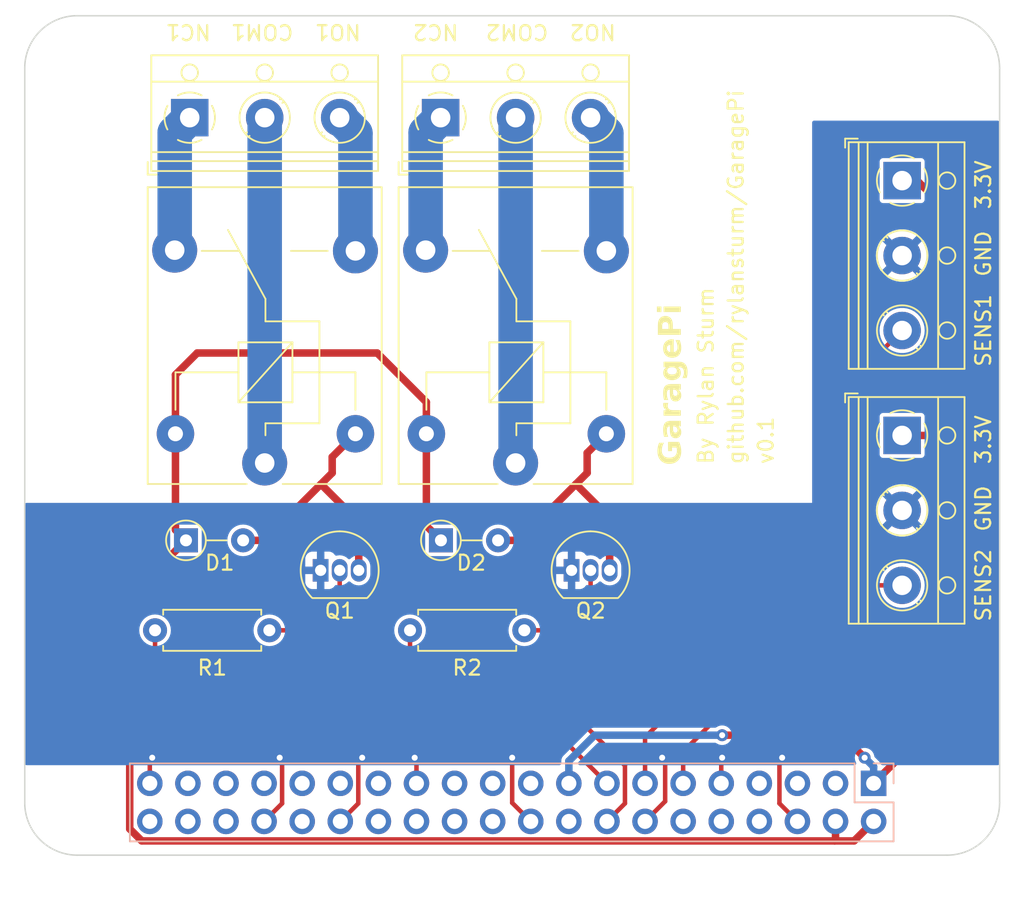
<source format=kicad_pcb>
(kicad_pcb (version 20221018) (generator pcbnew)
  (layers (0 "F.Cu" signal) (31 "B.Cu" power) (34 "B.Paste" user) (35 "F.Paste" user) (36 "B.SilkS" user "B.Silkscreen") (37 "F.SilkS" user "F.Silkscreen") (38 "B.Mask" user) (39 "F.Mask" user) (44 "Edge.Cuts" user))
  (net 0 "")
  (net 1 "Net-(J1-Pin_2)")
  (net 2 "Net-(D1-A)")
  (net 3 "Net-(J1-Pin_3)")
  (net 4 "Net-(J1-Pin_1)")
  (net 5 "+5V")
  (net 6 "Net-(J2-Pin_2)")
  (net 7 "Net-(D2-A)")
  (net 8 "Net-(J2-Pin_3)")
  (net 9 "Net-(J2-Pin_1)")
  (net 10 "GND")
  (net 11 "Net-(Q1-B)")
  (net 12 "Net-(Q2-B)")
  (net 21 "/RELAY_1")
  (net 22 "/RELAY_2")
  (net 39 "+3.3V")
  (net 40 "/SENSOR_1")
  (net 41 "/SENSOR_2")
  (footprint "MountingHole:MountingHole_2.7mm_M2.5" (layer "F.Cu") (at 159 48)
    (fp_text reference "H1")
    (fp_text value "MountingHole")
    (pad "" np_thru_hole circle (at 0 0) (size 2.7 2.7) (drill 2.7) (layers "*.Cu" "*.Mask"))
  )
  (footprint "TerminalBlock_RND:TerminalBlock_RND_205-00013_1x03_P5.00mm_Horizontal" (layer "F.Cu") (at 156 55.5 -90)
    (fp_text reference "J4")
    (fp_text value "Screw_Terminal_01x03")
    (fp_line (start -2.8 2.96) (end -2.8 3.8) (stroke (width 0.12)) (layer "F.SilkS"))
    (fp_line (start -2.8 3.8) (end -2.2 3.8) (stroke (width 0.12)) (layer "F.SilkS"))
    (fp_line (start -2.56 -4.16) (end -2.56 3.561) (stroke (width 0.12)) (layer "F.SilkS"))
    (fp_line (start -2.56 -4.16) (end 12.56 -4.16) (stroke (width 0.12)) (layer "F.SilkS"))
    (fp_line (start -2.56 -2.4) (end 12.56 -2.4) (stroke (width 0.12)) (layer "F.SilkS"))
    (fp_line (start -2.56 2.3) (end 12.56 2.3) (stroke (width 0.12)) (layer "F.SilkS"))
    (fp_line (start -2.56 2.9) (end 12.56 2.9) (stroke (width 0.12)) (layer "F.SilkS"))
    (fp_line (start -2.56 3.561) (end 12.56 3.561) (stroke (width 0.12)) (layer "F.SilkS"))
    (fp_line (start 3.82 0.976) (end 3.726 1.069) (stroke (width 0.12)) (layer "F.SilkS"))
    (fp_line (start 3.99 1.216) (end 3.931 1.274) (stroke (width 0.12)) (layer "F.SilkS"))
    (fp_line (start 6.07 -1.275) (end 6.011 -1.216) (stroke (width 0.12)) (layer "F.SilkS"))
    (fp_line (start 6.275 -1.069) (end 6.181 -0.976) (stroke (width 0.12)) (layer "F.SilkS"))
    (fp_line (start 8.82 0.976) (end 8.726 1.069) (stroke (width 0.12)) (layer "F.SilkS"))
    (fp_line (start 8.99 1.216) (end 8.931 1.274) (stroke (width 0.12)) (layer "F.SilkS"))
    (fp_line (start 11.07 -1.275) (end 11.011 -1.216) (stroke (width 0.12)) (layer "F.SilkS"))
    (fp_line (start 11.275 -1.069) (end 11.181 -0.976) (stroke (width 0.12)) (layer "F.SilkS"))
    (fp_line (start 12.56 -4.16) (end 12.56 3.561) (stroke (width 0.12)) (layer "F.SilkS"))
    (fp_arc (start -1.483953 0.789089) (mid -1.680708 0.00005) (end -1.484 -0.789) (stroke (width 0.12)) (layer "F.SilkS"))
    (fp_arc (start -0.789089 -1.483953) (mid -0.00005 -1.680708) (end 0.789 -1.484) (stroke (width 0.12)) (layer "F.SilkS"))
    (fp_arc (start 0.029383 1.68045) (mid -0.392304 1.634281) (end -0.789 1.484) (stroke (width 0.12)) (layer "F.SilkS"))
    (fp_arc (start 0.788712 1.483352) (mid 0.406429 1.630097) (end 0 1.68) (stroke (width 0.12)) (layer "F.SilkS"))
    (fp_arc (start 1.483953 -0.789089) (mid 1.680708 -0.00005) (end 1.484 0.789) (stroke (width 0.12)) (layer "F.SilkS"))
    (fp_circle (center 0 -3) (end 0.55 -3) (stroke (width 0.12)) (fill none) (layer "F.SilkS"))
    (fp_circle (center 5 -3) (end 5.55 -3) (stroke (width 0.12)) (fill none) (layer "F.SilkS"))
    (fp_circle (center 5 0) (end 6.68 0) (stroke (width 0.12)) (fill none) (layer "F.SilkS"))
    (fp_circle (center 10 -3) (end 10.55 -3) (stroke (width 0.12)) (fill none) (layer "F.SilkS"))
    (fp_circle (center 10 0) (end 11.68 0) (stroke (width 0.12)) (fill none) (layer "F.SilkS"))
    (pad "1" thru_hole rect (at 0 0 270) (size 2.5 2.5) (drill 1.3) (layers "*.Cu" "*.Mask") (net 39 "+3.3V"))
    (pad "2" thru_hole circle (at 5 0 270) (size 2.5 2.5) (drill 1.3) (layers "*.Cu" "*.Mask") (net 10 "GND"))
    (pad "3" thru_hole circle (at 10 0 270) (size 2.5 2.5) (drill 1.3) (layers "*.Cu" "*.Mask") (net 40 "/SENSOR_1"))
  )
  (footprint "MountingHole:MountingHole_2.7mm_M2.5" (layer "F.Cu") (at 101 48)
    (fp_text reference "H2")
    (fp_text value "MountingHole")
    (pad "" np_thru_hole circle (at 0 0) (size 2.7 2.7) (drill 2.7) (layers "*.Cu" "*.Mask"))
  )
  (footprint "Diode_THT:D_DO-35_SOD27_P3.81mm_Vertical_AnodeUp" (layer "F.Cu") (at 125.250686 79.5)
    (fp_text reference "D2" (at 2.019314 1.5) (layer "F.SilkS"))
    (fp_text value "D")
    (fp_line (start 1.326371 0) (end 2.71 0) (stroke (width 0.12)) (layer "F.SilkS"))
    (fp_circle (center 0 0) (end 1.326371 0) (stroke (width 0.12)) (fill none) (layer "F.SilkS"))
    (pad "1" thru_hole rect (at 0 0) (size 1.6 1.6) (drill 0.8) (layers "*.Cu" "*.Mask") (net 5 "+5V"))
    (pad "2" thru_hole oval (at 3.81 0) (size 1.6 1.6) (drill 0.8) (layers "*.Cu" "*.Mask") (net 7 "Net-(D2-A)"))
  )
  (footprint "Relay_THT:Relay_SPDT_SANYOU_SRD_Series_Form_C" (layer "F.Cu") (at 113.5 74.34 90)
    (fp_text reference "K1")
    (fp_text value "SANYOU_SRD_Form_C")
    (fp_line (start -1.4 -7.8) (end -1.4 -1.2) (stroke (width 0.12)) (layer "F.SilkS"))
    (fp_line (start -1.4 -7.8) (end 18.4 -7.8) (stroke (width 0.12)) (layer "F.SilkS"))
    (fp_line (start -1.4 1.2) (end -1.4 7.8) (stroke (width 0.12)) (layer "F.SilkS"))
    (fp_line (start 2.65 0.05) (end 1.85 0.05) (stroke (width 0.12)) (layer "F.SilkS"))
    (fp_line (start 2.65 0.05) (end 2.65 3.65) (stroke (width 0.12)) (layer "F.SilkS"))
    (fp_line (start 3.55 6.05) (end 6.05 6.05) (stroke (width 0.12)) (layer "F.SilkS"))
    (fp_line (start 4.05 -1.75) (end 8.05 -1.75) (stroke (width 0.12)) (layer "F.SilkS"))
    (fp_line (start 4.05 1.85) (end 4.05 -1.75) (stroke (width 0.12)) (layer "F.SilkS"))
    (fp_line (start 6.05 -5.95) (end 3.55 -5.95) (stroke (width 0.12)) (layer "F.SilkS"))
    (fp_line (start 6.05 -5.95) (end 6.05 -1.75) (stroke (width 0.12)) (layer "F.SilkS"))
    (fp_line (start 6.05 1.85) (end 6.05 6.05) (stroke (width 0.12)) (layer "F.SilkS"))
    (fp_line (start 8.05 -1.75) (end 8.05 1.85) (stroke (width 0.12)) (layer "F.SilkS"))
    (fp_line (start 8.05 1.85) (end 4.05 -1.75) (stroke (width 0.12)) (layer "F.SilkS"))
    (fp_line (start 8.05 1.85) (end 4.05 1.85) (stroke (width 0.12)) (layer "F.SilkS"))
    (fp_line (start 9.45 0.05) (end 9.45 3.65) (stroke (width 0.12)) (layer "F.SilkS"))
    (fp_line (start 9.45 0.05) (end 10.95 0.05) (stroke (width 0.12)) (layer "F.SilkS"))
    (fp_line (start 9.45 3.65) (end 2.65 3.65) (stroke (width 0.12)) (layer "F.SilkS"))
    (fp_line (start 10.95 0.05) (end 15.55 -2.45) (stroke (width 0.12)) (layer "F.SilkS"))
    (fp_line (start 14.15 -4.2) (end 14.15 -1.7) (stroke (width 0.12)) (layer "F.SilkS"))
    (fp_line (start 14.15 4.2) (end 14.15 1.75) (stroke (width 0.12)) (layer "F.SilkS"))
    (fp_line (start 18.4 -7.8) (end 18.4 7.8) (stroke (width 0.12)) (layer "F.SilkS"))
    (fp_line (start 18.4 7.8) (end -1.4 7.8) (stroke (width 0.12)) (layer "F.SilkS"))
    (pad "1" thru_hole circle (at 0 0 180) (size 3 3) (drill 1.3) (layers "*.Cu" "*.Mask") (net 1 "Net-(J1-Pin_2)"))
    (pad "2" thru_hole circle (at 1.95 6.05 180) (size 2.5 2.5) (drill 1) (layers "*.Cu" "*.Mask") (net 2 "Net-(D1-A)"))
    (pad "3" thru_hole circle (at 14.15 6.05 180) (size 3 3) (drill 1.3) (layers "*.Cu" "*.Mask") (net 3 "Net-(J1-Pin_3)"))
    (pad "4" thru_hole circle (at 14.2 -6 180) (size 3 3) (drill 1.3) (layers "*.Cu" "*.Mask") (net 4 "Net-(J1-Pin_1)"))
    (pad "5" thru_hole circle (at 1.95 -5.95 180) (size 2.5 2.5) (drill 1) (layers "*.Cu" "*.Mask") (net 5 "+5V"))
  )
  (footprint "TerminalBlock_RND:TerminalBlock_RND_205-00013_1x03_P5.00mm_Horizontal" (layer "F.Cu") (at 108.5 51.3)
    (fp_text reference "J1")
    (fp_text value "Screw_Terminal_01x03")
    (fp_line (start -2.8 2.96) (end -2.8 3.8) (stroke (width 0.12)) (layer "F.SilkS"))
    (fp_line (start -2.8 3.8) (end -2.2 3.8) (stroke (width 0.12)) (layer "F.SilkS"))
    (fp_line (start -2.56 -4.16) (end -2.56 3.561) (stroke (width 0.12)) (layer "F.SilkS"))
    (fp_line (start -2.56 -4.16) (end 12.56 -4.16) (stroke (width 0.12)) (layer "F.SilkS"))
    (fp_line (start -2.56 -2.4) (end 12.56 -2.4) (stroke (width 0.12)) (layer "F.SilkS"))
    (fp_line (start -2.56 2.3) (end 12.56 2.3) (stroke (width 0.12)) (layer "F.SilkS"))
    (fp_line (start -2.56 2.9) (end 12.56 2.9) (stroke (width 0.12)) (layer "F.SilkS"))
    (fp_line (start -2.56 3.561) (end 12.56 3.561) (stroke (width 0.12)) (layer "F.SilkS"))
    (fp_line (start 3.82 0.976) (end 3.726 1.069) (stroke (width 0.12)) (layer "F.SilkS"))
    (fp_line (start 3.99 1.216) (end 3.931 1.274) (stroke (width 0.12)) (layer "F.SilkS"))
    (fp_line (start 6.07 -1.275) (end 6.011 -1.216) (stroke (width 0.12)) (layer "F.SilkS"))
    (fp_line (start 6.275 -1.069) (end 6.181 -0.976) (stroke (width 0.12)) (layer "F.SilkS"))
    (fp_line (start 8.82 0.976) (end 8.726 1.069) (stroke (width 0.12)) (layer "F.SilkS"))
    (fp_line (start 8.99 1.216) (end 8.931 1.274) (stroke (width 0.12)) (layer "F.SilkS"))
    (fp_line (start 11.07 -1.275) (end 11.011 -1.216) (stroke (width 0.12)) (layer "F.SilkS"))
    (fp_line (start 11.275 -1.069) (end 11.181 -0.976) (stroke (width 0.12)) (layer "F.SilkS"))
    (fp_line (start 12.56 -4.16) (end 12.56 3.561) (stroke (width 0.12)) (layer "F.SilkS"))
    (fp_arc (start -1.483953 0.789089) (mid -1.680708 0.00005) (end -1.484 -0.789) (stroke (width 0.12)) (layer "F.SilkS"))
    (fp_arc (start -0.789089 -1.483953) (mid -0.00005 -1.680708) (end 0.789 -1.484) (stroke (width 0.12)) (layer "F.SilkS"))
    (fp_arc (start 0.029383 1.68045) (mid -0.392304 1.634281) (end -0.789 1.484) (stroke (width 0.12)) (layer "F.SilkS"))
    (fp_arc (start 0.788712 1.483352) (mid 0.406429 1.630097) (end 0 1.68) (stroke (width 0.12)) (layer "F.SilkS"))
    (fp_arc (start 1.483953 -0.789089) (mid 1.680708 -0.00005) (end 1.484 0.789) (stroke (width 0.12)) (layer "F.SilkS"))
    (fp_circle (center 0 -3) (end 0.55 -3) (stroke (width 0.12)) (fill none) (layer "F.SilkS"))
    (fp_circle (center 5 -3) (end 5.55 -3) (stroke (width 0.12)) (fill none) (layer "F.SilkS"))
    (fp_circle (center 5 0) (end 6.68 0) (stroke (width 0.12)) (fill none) (layer "F.SilkS"))
    (fp_circle (center 10 -3) (end 10.55 -3) (stroke (width 0.12)) (fill none) (layer "F.SilkS"))
    (fp_circle (center 10 0) (end 11.68 0) (stroke (width 0.12)) (fill none) (layer "F.SilkS"))
    (pad "1" thru_hole rect (at 0 0) (size 2.5 2.5) (drill 1.3) (layers "*.Cu" "*.Mask") (net 4 "Net-(J1-Pin_1)"))
    (pad "2" thru_hole circle (at 5 0) (size 2.5 2.5) (drill 1.3) (layers "*.Cu" "*.Mask") (net 1 "Net-(J1-Pin_2)"))
    (pad "3" thru_hole circle (at 10 0) (size 2.5 2.5) (drill 1.3) (layers "*.Cu" "*.Mask") (net 3 "Net-(J1-Pin_3)"))
  )
  (footprint "Package_TO_SOT_THT:TO-92_Inline" (layer "F.Cu") (at 133.96 81.5)
    (fp_text reference "Q2" (at 1.27 2.7) (layer "F.SilkS"))
    (fp_text value "PN2222A")
    (fp_line (start -0.53 1.85) (end 3.07 1.85) (stroke (width 0.12)) (layer "F.SilkS"))
    (fp_arc (start -0.568478 1.838478) (mid -1.132087 -0.994977) (end 1.27 -2.6) (stroke (width 0.12)) (layer "F.SilkS"))
    (fp_arc (start 1.27 -2.6) (mid 3.672087 -0.994977) (end 3.108478 1.838478) (stroke (width 0.12)) (layer "F.SilkS"))
    (pad "1" thru_hole rect (at 0 0) (size 1.05 1.5) (drill 0.75) (layers "*.Cu" "*.Mask") (net 10 "GND"))
    (pad "2" thru_hole oval (at 1.27 0) (size 1.05 1.5) (drill 0.75) (layers "*.Cu" "*.Mask") (net 12 "Net-(Q2-B)"))
    (pad "3" thru_hole oval (at 2.54 0) (size 1.05 1.5) (drill 0.75) (layers "*.Cu" "*.Mask") (net 7 "Net-(D2-A)"))
  )
  (footprint "MountingHole:MountingHole_2.7mm_M2.5" (layer "F.Cu") (at 101 97)
    (fp_text reference "H4")
    (fp_text value "MountingHole")
    (pad "" np_thru_hole circle (at 0 0) (size 2.7 2.7) (drill 2.7) (layers "*.Cu" "*.Mask"))
  )
  (footprint "Relay_THT:Relay_SPDT_SANYOU_SRD_Series_Form_C" (layer "F.Cu") (at 130.23 74.34 90)
    (fp_text reference "K2")
    (fp_text value "SANYOU_SRD_Form_C")
    (fp_line (start -1.4 -7.8) (end -1.4 -1.2) (stroke (width 0.12)) (layer "F.SilkS"))
    (fp_line (start -1.4 -7.8) (end 18.4 -7.8) (stroke (width 0.12)) (layer "F.SilkS"))
    (fp_line (start -1.4 1.2) (end -1.4 7.8) (stroke (width 0.12)) (layer "F.SilkS"))
    (fp_line (start 2.65 0.05) (end 1.85 0.05) (stroke (width 0.12)) (layer "F.SilkS"))
    (fp_line (start 2.65 0.05) (end 2.65 3.65) (stroke (width 0.12)) (layer "F.SilkS"))
    (fp_line (start 3.55 6.05) (end 6.05 6.05) (stroke (width 0.12)) (layer "F.SilkS"))
    (fp_line (start 4.05 -1.75) (end 8.05 -1.75) (stroke (width 0.12)) (layer "F.SilkS"))
    (fp_line (start 4.05 1.85) (end 4.05 -1.75) (stroke (width 0.12)) (layer "F.SilkS"))
    (fp_line (start 6.05 -5.95) (end 3.55 -5.95) (stroke (width 0.12)) (layer "F.SilkS"))
    (fp_line (start 6.05 -5.95) (end 6.05 -1.75) (stroke (width 0.12)) (layer "F.SilkS"))
    (fp_line (start 6.05 1.85) (end 6.05 6.05) (stroke (width 0.12)) (layer "F.SilkS"))
    (fp_line (start 8.05 -1.75) (end 8.05 1.85) (stroke (width 0.12)) (layer "F.SilkS"))
    (fp_line (start 8.05 1.85) (end 4.05 -1.75) (stroke (width 0.12)) (layer "F.SilkS"))
    (fp_line (start 8.05 1.85) (end 4.05 1.85) (stroke (width 0.12)) (layer "F.SilkS"))
    (fp_line (start 9.45 0.05) (end 9.45 3.65) (stroke (width 0.12)) (layer "F.SilkS"))
    (fp_line (start 9.45 0.05) (end 10.95 0.05) (stroke (width 0.12)) (layer "F.SilkS"))
    (fp_line (start 9.45 3.65) (end 2.65 3.65) (stroke (width 0.12)) (layer "F.SilkS"))
    (fp_line (start 10.95 0.05) (end 15.55 -2.45) (stroke (width 0.12)) (layer "F.SilkS"))
    (fp_line (start 14.15 -4.2) (end 14.15 -1.7) (stroke (width 0.12)) (layer "F.SilkS"))
    (fp_line (start 14.15 4.2) (end 14.15 1.75) (stroke (width 0.12)) (layer "F.SilkS"))
    (fp_line (start 18.4 -7.8) (end 18.4 7.8) (stroke (width 0.12)) (layer "F.SilkS"))
    (fp_line (start 18.4 7.8) (end -1.4 7.8) (stroke (width 0.12)) (layer "F.SilkS"))
    (pad "1" thru_hole circle (at 0 0 180) (size 3 3) (drill 1.3) (layers "*.Cu" "*.Mask") (net 6 "Net-(J2-Pin_2)"))
    (pad "2" thru_hole circle (at 1.95 6.05 180) (size 2.5 2.5) (drill 1) (layers "*.Cu" "*.Mask") (net 7 "Net-(D2-A)"))
    (pad "3" thru_hole circle (at 14.15 6.05 180) (size 3 3) (drill 1.3) (layers "*.Cu" "*.Mask") (net 8 "Net-(J2-Pin_3)"))
    (pad "4" thru_hole circle (at 14.2 -6 180) (size 3 3) (drill 1.3) (layers "*.Cu" "*.Mask") (net 9 "Net-(J2-Pin_1)"))
    (pad "5" thru_hole circle (at 1.95 -5.95 180) (size 2.5 2.5) (drill 1) (layers "*.Cu" "*.Mask") (net 5 "+5V"))
  )
  (footprint "TerminalBlock_RND:TerminalBlock_RND_205-00013_1x03_P5.00mm_Horizontal" (layer "F.Cu") (at 156 72.5 -90)
    (fp_text reference "J5")
    (fp_text value "Screw_Terminal_01x03")
    (fp_line (start -2.8 2.96) (end -2.8 3.8) (stroke (width 0.12)) (layer "F.SilkS"))
    (fp_line (start -2.8 3.8) (end -2.2 3.8) (stroke (width 0.12)) (layer "F.SilkS"))
    (fp_line (start -2.56 -4.16) (end -2.56 3.561) (stroke (width 0.12)) (layer "F.SilkS"))
    (fp_line (start -2.56 -4.16) (end 12.56 -4.16) (stroke (width 0.12)) (layer "F.SilkS"))
    (fp_line (start -2.56 -2.4) (end 12.56 -2.4) (stroke (width 0.12)) (layer "F.SilkS"))
    (fp_line (start -2.56 2.3) (end 12.56 2.3) (stroke (width 0.12)) (layer "F.SilkS"))
    (fp_line (start -2.56 2.9) (end 12.56 2.9) (stroke (width 0.12)) (layer "F.SilkS"))
    (fp_line (start -2.56 3.561) (end 12.56 3.561) (stroke (width 0.12)) (layer "F.SilkS"))
    (fp_line (start 3.82 0.976) (end 3.726 1.069) (stroke (width 0.12)) (layer "F.SilkS"))
    (fp_line (start 3.99 1.216) (end 3.931 1.274) (stroke (width 0.12)) (layer "F.SilkS"))
    (fp_line (start 6.07 -1.275) (end 6.011 -1.216) (stroke (width 0.12)) (layer "F.SilkS"))
    (fp_line (start 6.275 -1.069) (end 6.181 -0.976) (stroke (width 0.12)) (layer "F.SilkS"))
    (fp_line (start 8.82 0.976) (end 8.726 1.069) (stroke (width 0.12)) (layer "F.SilkS"))
    (fp_line (start 8.99 1.216) (end 8.931 1.274) (stroke (width 0.12)) (layer "F.SilkS"))
    (fp_line (start 11.07 -1.275) (end 11.011 -1.216) (stroke (width 0.12)) (layer "F.SilkS"))
    (fp_line (start 11.275 -1.069) (end 11.181 -0.976) (stroke (width 0.12)) (layer "F.SilkS"))
    (fp_line (start 12.56 -4.16) (end 12.56 3.561) (stroke (width 0.12)) (layer "F.SilkS"))
    (fp_arc (start -1.483953 0.789089) (mid -1.680708 0.00005) (end -1.484 -0.789) (stroke (width 0.12)) (layer "F.SilkS"))
    (fp_arc (start -0.789089 -1.483953) (mid -0.00005 -1.680708) (end 0.789 -1.484) (stroke (width 0.12)) (layer "F.SilkS"))
    (fp_arc (start 0.029383 1.68045) (mid -0.392304 1.634281) (end -0.789 1.484) (stroke (width 0.12)) (layer "F.SilkS"))
    (fp_arc (start 0.788712 1.483352) (mid 0.406429 1.630097) (end 0 1.68) (stroke (width 0.12)) (layer "F.SilkS"))
    (fp_arc (start 1.483953 -0.789089) (mid 1.680708 -0.00005) (end 1.484 0.789) (stroke (width 0.12)) (layer "F.SilkS"))
    (fp_circle (center 0 -3) (end 0.55 -3) (stroke (width 0.12)) (fill none) (layer "F.SilkS"))
    (fp_circle (center 5 -3) (end 5.55 -3) (stroke (width 0.12)) (fill none) (layer "F.SilkS"))
    (fp_circle (center 5 0) (end 6.68 0) (stroke (width 0.12)) (fill none) (layer "F.SilkS"))
    (fp_circle (center 10 -3) (end 10.55 -3) (stroke (width 0.12)) (fill none) (layer "F.SilkS"))
    (fp_circle (center 10 0) (end 11.68 0) (stroke (width 0.12)) (fill none) (layer "F.SilkS"))
    (pad "1" thru_hole rect (at 0 0 270) (size 2.5 2.5) (drill 1.3) (layers "*.Cu" "*.Mask") (net 39 "+3.3V"))
    (pad "2" thru_hole circle (at 5 0 270) (size 2.5 2.5) (drill 1.3) (layers "*.Cu" "*.Mask") (net 10 "GND"))
    (pad "3" thru_hole circle (at 10 0 270) (size 2.5 2.5) (drill 1.3) (layers "*.Cu" "*.Mask") (net 41 "/SENSOR_2"))
  )
  (footprint "Diode_THT:D_DO-35_SOD27_P3.81mm_Vertical_AnodeUp" (layer "F.Cu") (at 108.250686 79.5)
    (fp_text reference "D1" (at 2.249314 1.5) (layer "F.SilkS"))
    (fp_text value "D")
    (fp_line (start 1.326371 0) (end 2.71 0) (stroke (width 0.12)) (layer "F.SilkS"))
    (fp_circle (center 0 0) (end 1.326371 0) (stroke (width 0.12)) (fill none) (layer "F.SilkS"))
    (pad "1" thru_hole rect (at 0 0) (size 1.6 1.6) (drill 0.8) (layers "*.Cu" "*.Mask") (net 5 "+5V"))
    (pad "2" thru_hole oval (at 3.81 0) (size 1.6 1.6) (drill 0.8) (layers "*.Cu" "*.Mask") (net 2 "Net-(D1-A)"))
  )
  (footprint "Package_TO_SOT_THT:TO-92_Inline" (layer "F.Cu") (at 117.23 81.5)
    (fp_text reference "Q1" (at 1.27 2.7) (layer "F.SilkS"))
    (fp_text value "PN2222A")
    (fp_line (start -0.53 1.85) (end 3.07 1.85) (stroke (width 0.12)) (layer "F.SilkS"))
    (fp_arc (start -0.568478 1.838478) (mid -1.132087 -0.994977) (end 1.27 -2.6) (stroke (width 0.12)) (layer "F.SilkS"))
    (fp_arc (start 1.27 -2.6) (mid 3.672087 -0.994977) (end 3.108478 1.838478) (stroke (width 0.12)) (layer "F.SilkS"))
    (pad "1" thru_hole rect (at 0 0) (size 1.05 1.5) (drill 0.75) (layers "*.Cu" "*.Mask") (net 10 "GND"))
    (pad "2" thru_hole oval (at 1.27 0) (size 1.05 1.5) (drill 0.75) (layers "*.Cu" "*.Mask") (net 11 "Net-(Q1-B)"))
    (pad "3" thru_hole oval (at 2.54 0) (size 1.05 1.5) (drill 0.75) (layers "*.Cu" "*.Mask") (net 2 "Net-(D1-A)"))
  )
  (footprint "Resistor_THT:R_Axial_DIN0207_L6.3mm_D2.5mm_P7.62mm_Horizontal" (layer "F.Cu") (at 130.81 85.5 180)
    (fp_text reference "R2" (at 3.81 -2.5) (layer "F.SilkS"))
    (fp_text value "R")
    (fp_line (start 0.54 -1.37) (end 7.08 -1.37) (stroke (width 0.12)) (layer "F.SilkS"))
    (fp_line (start 0.54 -1.04) (end 0.54 -1.37) (stroke (width 0.12)) (layer "F.SilkS"))
    (fp_line (start 0.54 1.04) (end 0.54 1.37) (stroke (width 0.12)) (layer "F.SilkS"))
    (fp_line (start 0.54 1.37) (end 7.08 1.37) (stroke (width 0.12)) (layer "F.SilkS"))
    (fp_line (start 7.08 -1.37) (end 7.08 -1.04) (stroke (width 0.12)) (layer "F.SilkS"))
    (fp_line (start 7.08 1.37) (end 7.08 1.04) (stroke (width 0.12)) (layer "F.SilkS"))
    (pad "1" thru_hole circle (at 0 0 180) (size 1.6 1.6) (drill 0.8) (layers "*.Cu" "*.Mask") (net 12 "Net-(Q2-B)"))
    (pad "2" thru_hole oval (at 7.62 0 180) (size 1.6 1.6) (drill 0.8) (layers "*.Cu" "*.Mask") (net 22 "/RELAY_2"))
  )
  (footprint "TerminalBlock_RND:TerminalBlock_RND_205-00013_1x03_P5.00mm_Horizontal" (layer "F.Cu") (at 125.23 51.3)
    (fp_text reference "J2")
    (fp_text value "Screw_Terminal_01x03")
    (fp_line (start -2.8 2.96) (end -2.8 3.8) (stroke (width 0.12)) (layer "F.SilkS"))
    (fp_line (start -2.8 3.8) (end -2.2 3.8) (stroke (width 0.12)) (layer "F.SilkS"))
    (fp_line (start -2.56 -4.16) (end -2.56 3.561) (stroke (width 0.12)) (layer "F.SilkS"))
    (fp_line (start -2.56 -4.16) (end 12.56 -4.16) (stroke (width 0.12)) (layer "F.SilkS"))
    (fp_line (start -2.56 -2.4) (end 12.56 -2.4) (stroke (width 0.12)) (layer "F.SilkS"))
    (fp_line (start -2.56 2.3) (end 12.56 2.3) (stroke (width 0.12)) (layer "F.SilkS"))
    (fp_line (start -2.56 2.9) (end 12.56 2.9) (stroke (width 0.12)) (layer "F.SilkS"))
    (fp_line (start -2.56 3.561) (end 12.56 3.561) (stroke (width 0.12)) (layer "F.SilkS"))
    (fp_line (start 3.82 0.976) (end 3.726 1.069) (stroke (width 0.12)) (layer "F.SilkS"))
    (fp_line (start 3.99 1.216) (end 3.931 1.274) (stroke (width 0.12)) (layer "F.SilkS"))
    (fp_line (start 6.07 -1.275) (end 6.011 -1.216) (stroke (width 0.12)) (layer "F.SilkS"))
    (fp_line (start 6.275 -1.069) (end 6.181 -0.976) (stroke (width 0.12)) (layer "F.SilkS"))
    (fp_line (start 8.82 0.976) (end 8.726 1.069) (stroke (width 0.12)) (layer "F.SilkS"))
    (fp_line (start 8.99 1.216) (end 8.931 1.274) (stroke (width 0.12)) (layer "F.SilkS"))
    (fp_line (start 11.07 -1.275) (end 11.011 -1.216) (stroke (width 0.12)) (layer "F.SilkS"))
    (fp_line (start 11.275 -1.069) (end 11.181 -0.976) (stroke (width 0.12)) (layer "F.SilkS"))
    (fp_line (start 12.56 -4.16) (end 12.56 3.561) (stroke (width 0.12)) (layer "F.SilkS"))
    (fp_arc (start -1.483953 0.789089) (mid -1.680708 0.00005) (end -1.484 -0.789) (stroke (width 0.12)) (layer "F.SilkS"))
    (fp_arc (start -0.789089 -1.483953) (mid -0.00005 -1.680708) (end 0.789 -1.484) (stroke (width 0.12)) (layer "F.SilkS"))
    (fp_arc (start 0.029383 1.68045) (mid -0.392304 1.634281) (end -0.789 1.484) (stroke (width 0.12)) (layer "F.SilkS"))
    (fp_arc (start 0.788712 1.483352) (mid 0.406429 1.630097) (end 0 1.68) (stroke (width 0.12)) (layer "F.SilkS"))
    (fp_arc (start 1.483953 -0.789089) (mid 1.680708 -0.00005) (end 1.484 0.789) (stroke (width 0.12)) (layer "F.SilkS"))
    (fp_circle (center 0 -3) (end 0.55 -3) (stroke (width 0.12)) (fill none) (layer "F.SilkS"))
    (fp_circle (center 5 -3) (end 5.55 -3) (stroke (width 0.12)) (fill none) (layer "F.SilkS"))
    (fp_circle (center 5 0) (end 6.68 0) (stroke (width 0.12)) (fill none) (layer "F.SilkS"))
    (fp_circle (center 10 -3) (end 10.55 -3) (stroke (width 0.12)) (fill none) (layer "F.SilkS"))
    (fp_circle (center 10 0) (end 11.68 0) (stroke (width 0.12)) (fill none) (layer "F.SilkS"))
    (pad "1" thru_hole rect (at 0 0) (size 2.5 2.5) (drill 1.3) (layers "*.Cu" "*.Mask") (net 9 "Net-(J2-Pin_1)"))
    (pad "2" thru_hole circle (at 5 0) (size 2.5 2.5) (drill 1.3) (layers "*.Cu" "*.Mask") (net 6 "Net-(J2-Pin_2)"))
    (pad "3" thru_hole circle (at 10 0) (size 2.5 2.5) (drill 1.3) (layers "*.Cu" "*.Mask") (net 8 "Net-(J2-Pin_3)"))
  )
  (footprint "MountingHole:MountingHole_2.7mm_M2.5" (layer "F.Cu") (at 159 97)
    (fp_text reference "H3")
    (fp_text value "MountingHole")
    (pad "" np_thru_hole circle (at 0 0) (size 2.7 2.7) (drill 2.7) (layers "*.Cu" "*.Mask"))
  )
  (footprint "Resistor_THT:R_Axial_DIN0207_L6.3mm_D2.5mm_P7.62mm_Horizontal" (layer "F.Cu") (at 113.81 85.5 180)
    (fp_text reference "R1" (at 3.81 -2.5) (layer "F.SilkS"))
    (fp_text value "R")
    (fp_line (start 0.54 -1.37) (end 7.08 -1.37) (stroke (width 0.12)) (layer "F.SilkS"))
    (fp_line (start 0.54 -1.04) (end 0.54 -1.37) (stroke (width 0.12)) (layer "F.SilkS"))
    (fp_line (start 0.54 1.04) (end 0.54 1.37) (stroke (width 0.12)) (layer "F.SilkS"))
    (fp_line (start 0.54 1.37) (end 7.08 1.37) (stroke (width 0.12)) (layer "F.SilkS"))
    (fp_line (start 7.08 -1.37) (end 7.08 -1.04) (stroke (width 0.12)) (layer "F.SilkS"))
    (fp_line (start 7.08 1.37) (end 7.08 1.04) (stroke (width 0.12)) (layer "F.SilkS"))
    (pad "1" thru_hole circle (at 0 0 180) (size 1.6 1.6) (drill 0.8) (layers "*.Cu" "*.Mask") (net 11 "Net-(Q1-B)"))
    (pad "2" thru_hole oval (at 7.62 0 180) (size 1.6 1.6) (drill 0.8) (layers "*.Cu" "*.Mask") (net 21 "/RELAY_1"))
  )
  (footprint "Connector_PinSocket_2.54mm:PinSocket_2x20_P2.54mm_Vertical" (layer "B.Cu") (at 154.1 95.71 90)
    (fp_text reference "J3")
    (fp_text value "Raspberry_Pi_2_3")
    (fp_line (start -3.87 -49.59) (end 1.33 -49.59) (stroke (width 0.12)) (layer "B.SilkS"))
    (fp_line (start -3.87 1.33) (end -3.87 -49.59) (stroke (width 0.12)) (layer "B.SilkS"))
    (fp_line (start -3.87 1.33) (end -1.27 1.33) (stroke (width 0.12)) (layer "B.SilkS"))
    (fp_line (start -1.27 -1.27) (end 1.33 -1.27) (stroke (width 0.12)) (layer "B.SilkS"))
    (fp_line (start -1.27 1.33) (end -1.27 -1.27) (stroke (width 0.12)) (layer "B.SilkS"))
    (fp_line (start 0 1.33) (end 1.33 1.33) (stroke (width 0.12)) (layer "B.SilkS"))
    (fp_line (start 1.33 -1.27) (end 1.33 -49.59) (stroke (width 0.12)) (layer "B.SilkS"))
    (fp_line (start 1.33 1.33) (end 1.33 0) (stroke (width 0.12)) (layer "B.SilkS"))
    (pad "1" thru_hole rect (at 0 0 90) (size 1.7 1.7) (drill 1) (layers "*.Cu" "*.Mask") (net 39 "+3.3V"))
    (pad "2" thru_hole oval (at -2.54 0 90) (size 1.7 1.7) (drill 1) (layers "*.Cu" "*.Mask") (net 5 "+5V"))
    (pad "3" thru_hole oval (at 0 -2.54 90) (size 1.7 1.7) (drill 1) (layers "*.Cu" "*.Mask"))
    (pad "4" thru_hole oval (at -2.54 -2.54 90) (size 1.7 1.7) (drill 1) (layers "*.Cu" "*.Mask") (net 5 "+5V"))
    (pad "5" thru_hole oval (at 0 -5.08 90) (size 1.7 1.7) (drill 1) (layers "*.Cu" "*.Mask"))
    (pad "6" thru_hole oval (at -2.54 -5.08 90) (size 1.7 1.7) (drill 1) (layers "*.Cu" "*.Mask") (net 10 "GND"))
    (pad "7" thru_hole oval (at 0 -7.62 90) (size 1.7 1.7) (drill 1) (layers "*.Cu" "*.Mask"))
    (pad "8" thru_hole oval (at -2.54 -7.62 90) (size 1.7 1.7) (drill 1) (layers "*.Cu" "*.Mask"))
    (pad "9" thru_hole oval (at 0 -10.16 90) (size 1.7 1.7) (drill 1) (layers "*.Cu" "*.Mask") (net 10 "GND"))
    (pad "10" thru_hole oval (at -2.54 -10.16 90) (size 1.7 1.7) (drill 1) (layers "*.Cu" "*.Mask"))
    (pad "11" thru_hole oval (at 0 -12.7 90) (size 1.7 1.7) (drill 1) (layers "*.Cu" "*.Mask") (net 41 "/SENSOR_2"))
    (pad "12" thru_hole oval (at -2.54 -12.7 90) (size 1.7 1.7) (drill 1) (layers "*.Cu" "*.Mask"))
    (pad "13" thru_hole oval (at 0 -15.24 90) (size 1.7 1.7) (drill 1) (layers "*.Cu" "*.Mask") (net 40 "/SENSOR_1"))
    (pad "14" thru_hole oval (at -2.54 -15.24 90) (size 1.7 1.7) (drill 1) (layers "*.Cu" "*.Mask") (net 10 "GND"))
    (pad "15" thru_hole oval (at 0 -17.78 90) (size 1.7 1.7) (drill 1) (layers "*.Cu" "*.Mask") (net 21 "/RELAY_1"))
    (pad "16" thru_hole oval (at -2.54 -17.78 90) (size 1.7 1.7) (drill 1) (layers "*.Cu" "*.Mask") (net 22 "/RELAY_2"))
    (pad "17" thru_hole oval (at 0 -20.32 90) (size 1.7 1.7) (drill 1) (layers "*.Cu" "*.Mask") (net 39 "+3.3V"))
    (pad "18" thru_hole oval (at -2.54 -20.32 90) (size 1.7 1.7) (drill 1) (layers "*.Cu" "*.Mask"))
    (pad "19" thru_hole oval (at 0 -22.86 90) (size 1.7 1.7) (drill 1) (layers "*.Cu" "*.Mask"))
    (pad "20" thru_hole oval (at -2.54 -22.86 90) (size 1.7 1.7) (drill 1) (layers "*.Cu" "*.Mask") (net 10 "GND"))
    (pad "21" thru_hole oval (at 0 -25.4 90) (size 1.7 1.7) (drill 1) (layers "*.Cu" "*.Mask"))
    (pad "22" thru_hole oval (at -2.54 -25.4 90) (size 1.7 1.7) (drill 1) (layers "*.Cu" "*.Mask"))
    (pad "23" thru_hole oval (at 0 -27.94 90) (size 1.7 1.7) (drill 1) (layers "*.Cu" "*.Mask"))
    (pad "24" thru_hole oval (at -2.54 -27.94 90) (size 1.7 1.7) (drill 1) (layers "*.Cu" "*.Mask"))
    (pad "25" thru_hole oval (at 0 -30.48 90) (size 1.7 1.7) (drill 1) (layers "*.Cu" "*.Mask") (net 10 "GND"))
    (pad "26" thru_hole oval (at -2.54 -30.48 90) (size 1.7 1.7) (drill 1) (layers "*.Cu" "*.Mask"))
    (pad "27" thru_hole oval (at 0 -33.02 90) (size 1.7 1.7) (drill 1) (layers "*.Cu" "*.Mask"))
    (pad "28" thru_hole oval (at -2.54 -33.02 90) (size 1.7 1.7) (drill 1) (layers "*.Cu" "*.Mask"))
    (pad "29" thru_hole oval (at 0 -35.56 90) (size 1.7 1.7) (drill 1) (layers "*.Cu" "*.Mask"))
    (pad "30" thru_hole oval (at -2.54 -35.56 90) (size 1.7 1.7) (drill 1) (layers "*.Cu" "*.Mask") (net 10 "GND"))
    (pad "31" thru_hole oval (at 0 -38.1 90) (size 1.7 1.7) (drill 1) (layers "*.Cu" "*.Mask"))
    (pad "32" thru_hole oval (at -2.54 -38.1 90) (size 1.7 1.7) (drill 1) (layers "*.Cu" "*.Mask"))
    (pad "33" thru_hole oval (at 0 -40.64 90) (size 1.7 1.7) (drill 1) (layers "*.Cu" "*.Mask"))
    (pad "34" thru_hole oval (at -2.54 -40.64 90) (size 1.7 1.7) (drill 1) (layers "*.Cu" "*.Mask") (net 10 "GND"))
    (pad "35" thru_hole oval (at 0 -43.18 90) (size 1.7 1.7) (drill 1) (layers "*.Cu" "*.Mask"))
    (pad "36" thru_hole oval (at -2.54 -43.18 90) (size 1.7 1.7) (drill 1) (layers "*.Cu" "*.Mask"))
    (pad "37" thru_hole oval (at 0 -45.72 90) (size 1.7 1.7) (drill 1) (layers "*.Cu" "*.Mask"))
    (pad "38" thru_hole oval (at -2.54 -45.72 90) (size 1.7 1.7) (drill 1) (layers "*.Cu" "*.Mask"))
    (pad "39" thru_hole oval (at 0 -48.26 90) (size 1.7 1.7) (drill 1) (layers "*.Cu" "*.Mask") (net 10 "GND"))
    (pad "40" thru_hole oval (at -2.54 -48.26 90) (size 1.7 1.7) (drill 1) (layers "*.Cu" "*.Mask"))
  )
  (gr_arc (start 162.5 97) (mid 161.474874 99.474874) (end 159 100.5) (stroke (width 0.1)) (layer "Edge.Cuts"))
  (gr_line (start 97.5 48) (end 97.5 97) (stroke (width 0.1)) (layer "Edge.Cuts"))
  (gr_line (start 101 100.5) (end 159 100.5) (stroke (width 0.1)) (layer "Edge.Cuts"))
  (gr_line (start 159 44.5) (end 101 44.5) (stroke (width 0.1)) (layer "Edge.Cuts"))
  (gr_line (start 162.5 97) (end 162.5 48) (stroke (width 0.1)) (layer "Edge.Cuts"))
  (gr_arc (start 97.5 48) (mid 98.525126 45.525126) (end 101 44.5) (stroke (width 0.1)) (layer "Edge.Cuts"))
  (gr_arc (start 101 100.5) (mid 98.525126 99.474874) (end 97.5 97) (stroke (width 0.1)) (layer "Edge.Cuts"))
  (gr_arc (start 159 44.5) (mid 161.474874 45.525126) (end 162.5 48) (stroke (width 0.1)) (layer "Edge.Cuts"))
  (gr_text "SENS2" (at 162 85 90) (layer "F.SilkS") (effects (font (size 1 1)) (justify left bottom)))
  (gr_text "GND" (at 162 62 90) (layer "F.SilkS") (effects (font (size 1 1)) (justify left bottom)))
  (gr_text "COM2" (at 132.5 45 180) (layer "F.SilkS") (effects (font (size 1 1)) (justify left bottom)))
  (gr_text "By Rylan Sturm" (at 143.5 74.5 90) (layer "F.SilkS") (effects (font (size 1 1)) (justify left bottom)))
  (gr_text "GND" (at 162 79 90) (layer "F.SilkS") (effects (font (size 1 1)) (justify left bottom)))
  (gr_text "GaragePi" (at 141.5 74.5 90) (layer "F.SilkS") (effects (font (size 1.5 1.5) (thickness 0.2) bold) (justify left bottom)))
  (gr_text "3.3V" (at 162 57.5 90) (layer "F.SilkS") (effects (font (size 1 1)) (justify left bottom)))
  (gr_text "COM1" (at 115.5 45 180) (layer "F.SilkS") (effects (font (size 1 1)) (justify left bottom)))
  (gr_text "NC1" (at 110 45 180) (layer "F.SilkS") (effects (font (size 1 1)) (justify left bottom)))
  (gr_text "NO1" (at 120 45 180) (layer "F.SilkS") (effects (font (size 1 1)) (justify left bottom)))
  (gr_text "github.com/rylansturm/GaragePi" (at 145.5 74.5 90) (layer "F.SilkS") (effects (font (size 1 1)) (justify left bottom)))
  (gr_text "v0.1" (at 147.5 74.5 90) (layer "F.SilkS") (effects (font (size 1 1)) (justify left bottom)))
  (gr_text "NO2" (at 137 45 180) (layer "F.SilkS") (effects (font (size 1 1)) (justify left bottom)))
  (gr_text "NC2" (at 126.5 45 180) (layer "F.SilkS") (effects (font (size 1 1)) (justify left bottom)))
  (gr_text "SENS1" (at 162 68 90) (layer "F.SilkS") (effects (font (size 1 1)) (justify left bottom)))
  (gr_text "3.3V" (at 162 74.5 90) (layer "F.SilkS") (effects (font (size 1 1)) (justify left bottom)))
  (segment (start 113.5 74.34) (end 113.5 51.3) (width 2.3) (layer "B.Cu") (net 1))
  (segment (start 118 75) (end 118 73.94) (width 0.5) (layer "F.Cu") (net 2))
  (segment (start 119.77 78.27) (end 117.25 75.75) (width 0.5) (layer "F.Cu") (net 2))
  (segment (start 117.25 75.75) (end 118 75) (width 0.5) (layer "F.Cu") (net 2))
  (segment (start 118 73.94) (end 119.55 72.39) (width 0.5) (layer "F.Cu") (net 2))
  (segment (start 112.060686 79.5) (end 113.5 79.5) (width 0.5) (layer "F.Cu") (net 2))
  (segment (start 113.5 79.5) (end 117.25 75.75) (width 0.5) (layer "F.Cu") (net 2))
  (segment (start 119.77 81.5) (end 119.77 78.27) (width 0.5) (layer "F.Cu") (net 2))
  (segment (start 119.55 52.35) (end 118.5 51.3) (width 2.3) (layer "B.Cu") (net 3))
  (segment (start 119.55 60.19) (end 119.55 52.35) (width 2.3) (layer "B.Cu") (net 3))
  (segment (start 107.5 52.3) (end 108.5 51.3) (width 2.3) (layer "B.Cu") (net 4))
  (segment (start 107.5 60.14) (end 107.5 52.3) (width 2.3) (layer "B.Cu") (net 4))
  (segment (start 151.56 99.49) (end 151.5 99.55) (width 0.5) (layer "F.Cu") (net 5))
  (segment (start 151.56 98.25) (end 151.56 99.49) (width 0.5) (layer "F.Cu") (net 5))
  (segment (start 105.301522 99.55) (end 104.5 98.748478) (width 0.5) (layer "F.Cu") (net 5))
  (segment (start 154.1 98.25) (end 152.8 99.55) (width 0.5) (layer "F.Cu") (net 5))
  (segment (start 124.28 78.529314) (end 125.250686 79.5) (width 0.5) (layer "F.Cu") (net 5))
  (segment (start 107.55 78.799314) (end 108.250686 79.5) (width 0.5) (layer "F.Cu") (net 5))
  (segment (start 124.28 70.28) (end 124.28 72.39) (width 0.5) (layer "F.Cu") (net 5))
  (segment (start 104.5 83.250686) (end 108.250686 79.5) (width 0.5) (layer "F.Cu") (net 5))
  (segment (start 107.55 72.39) (end 107.55 78.799314) (width 0.5) (layer "F.Cu") (net 5))
  (segment (start 124.28 72.39) (end 124.28 78.529314) (width 0.5) (layer "F.Cu") (net 5))
  (segment (start 152.8 99.55) (end 151.5 99.55) (width 0.5) (layer "F.Cu") (net 5))
  (segment (start 104.5 98.748478) (end 104.5 83.250686) (width 0.5) (layer "F.Cu") (net 5))
  (segment (start 151.5 99.55) (end 105.301522 99.55) (width 0.5) (layer "F.Cu") (net 5))
  (segment (start 109 67) (end 121 67) (width 0.5) (layer "F.Cu") (net 5))
  (segment (start 107.55 72.39) (end 107.55 68.45) (width 0.5) (layer "F.Cu") (net 5))
  (segment (start 107.55 68.45) (end 109 67) (width 0.5) (layer "F.Cu") (net 5))
  (segment (start 121 67) (end 124.28 70.28) (width 0.5) (layer "F.Cu") (net 5))
  (segment (start 130.23 51.3) (end 130.23 74.34) (width 2.3) (layer "B.Cu") (net 6))
  (segment (start 135 73.67) (end 136.28 72.39) (width 0.5) (layer "F.Cu") (net 7))
  (segment (start 136.5 78) (end 134.25 75.75) (width 0.5) (layer "F.Cu") (net 7))
  (segment (start 136.5 81.36) (end 136.5 78) (width 0.5) (layer "F.Cu") (net 7))
  (segment (start 129.060686 79.5) (end 130.5 79.5) (width 0.5) (layer "F.Cu") (net 7))
  (segment (start 134.25 75.75) (end 135 75) (width 0.5) (layer "F.Cu") (net 7))
  (segment (start 135 75) (end 135 73.67) (width 0.5) (layer "F.Cu") (net 7))
  (segment (start 130.5 79.5) (end 134.25 75.75) (width 0.5) (layer "F.Cu") (net 7))
  (segment (start 136.28 52.35) (end 135.23 51.3) (width 2.3) (layer "B.Cu") (net 8))
  (segment (start 136.28 60.19) (end 136.28 52.35) (width 2.3) (layer "B.Cu") (net 8))
  (segment (start 124.23 60.14) (end 124.23 52.3) (width 2.3) (layer "B.Cu") (net 9))
  (segment (start 124.23 52.3) (end 125.23 51.3) (width 2.3) (layer "B.Cu") (net 9))
  (segment (start 140.2 94.2) (end 140 94) (width 0.3) (layer "F.Cu") (net 10))
  (segment (start 138.86 98.25) (end 140.2 96.91) (width 0.3) (layer "F.Cu") (net 10))
  (segment (start 123.62 95.71) (end 123.62 94.12) (width 0.3) (layer "F.Cu") (net 10))
  (segment (start 113.46 98.25) (end 114.66 97.05) (width 0.3) (layer "F.Cu") (net 10))
  (segment (start 114.66 97.05) (end 114.66 94.16) (width 0.3) (layer "F.Cu") (net 10))
  (segment (start 147.82 94.18) (end 148 94) (width 0.3) (layer "F.Cu") (net 10))
  (segment (start 147.82 97.05) (end 147.82 94.18) (width 0.3) (layer "F.Cu") (net 10))
  (segment (start 119.74 94.26) (end 120 94) (width 0.3) (layer "F.Cu") (net 10))
  (segment (start 130 97.01) (end 130 94) (width 0.3) (layer "F.Cu") (net 10))
  (segment (start 114.66 94.16) (end 114.5 94) (width 0.3) (layer "F.Cu") (net 10))
  (segment (start 118.54 98.25) (end 119.74 97.05) (width 0.3) (layer "F.Cu") (net 10))
  (segment (start 149.02 98.25) (end 147.82 97.05) (width 0.3) (layer "F.Cu") (net 10))
  (segment (start 119.74 97.05) (end 119.74 94.26) (width 0.3) (layer "F.Cu") (net 10))
  (segment (start 131.24 98.25) (end 130 97.01) (width 0.3) (layer "F.Cu") (net 10))
  (segment (start 123.62 94.12) (end 123.5 94) (width 0.3) (layer "F.Cu") (net 10))
  (segment (start 143.94 95.71) (end 143.94 94.06) (width 0.3) (layer "F.Cu") (net 10))
  (segment (start 143.94 94.06) (end 144 94) (width 0.3) (layer "F.Cu") (net 10))
  (segment (start 105.84 95.71) (end 105.84 94.16) (width 0.3) (layer "F.Cu") (net 10))
  (segment (start 105.84 94.16) (end 106 94) (width 0.3) (layer "F.Cu") (net 10))
  (segment (start 140.2 96.91) (end 140.2 94.2) (width 0.3) (layer "F.Cu") (net 10))
  (via (at 120 94) (size 0.8) (drill 0.4) (layers "F.Cu" "B.Cu") (net 10))
  (via (at 140 94) (size 0.8) (drill 0.4) (layers "F.Cu" "B.Cu") (net 10))
  (via (at 130 94) (size 0.8) (drill 0.4) (layers "F.Cu" "B.Cu") (net 10))
  (via (at 148 94) (size 0.8) (drill 0.4) (layers "F.Cu" "B.Cu") (net 10))
  (via (at 106 94) (size 0.8) (drill 0.4) (layers "F.Cu" "B.Cu") (net 10))
  (via (at 144 94) (size 0.8) (drill 0.4) (layers "F.Cu" "B.Cu") (net 10))
  (via (at 123.5 94) (size 0.8) (drill 0.4) (layers "F.Cu" "B.Cu") (net 10))
  (via (at 114.5 94) (size 0.8) (drill 0.4) (layers "F.Cu" "B.Cu") (net 10))
  (segment (start 118.5 83.5) (end 118.5 81.5) (width 0.3) (layer "F.Cu") (net 11))
  (segment (start 116.5 85.5) (end 118.5 83.5) (width 0.3) (layer "F.Cu") (net 11))
  (segment (start 113.81 85.5) (end 116.5 85.5) (width 0.3) (layer "F.Cu") (net 11))
  (segment (start 135.23 81.36) (end 135.23 83.77) (width 0.3) (layer "F.Cu") (net 12))
  (segment (start 133.5 85.5) (end 130.81 85.5) (width 0.3) (layer "F.Cu") (net 12))
  (segment (start 135.23 83.77) (end 133.5 85.5) (width 0.3) (layer "F.Cu") (net 12))
  (segment (start 133.61 93) (end 109.5 93) (width 0.3) (layer "F.Cu") (net 21))
  (segment (start 106.19 89.69) (end 106.19 85.5) (width 0.3) (layer "F.Cu") (net 21))
  (segment (start 136.32 95.71) (end 133.61 93) (width 0.3) (layer "F.Cu") (net 21))
  (segment (start 109.5 93) (end 106.19 89.69) (width 0.3) (layer "F.Cu") (net 21))
  (segment (start 127 91.5) (end 123.19 87.69) (width 0.3) (layer "F.Cu") (net 22))
  (segment (start 136.32 98.25) (end 137.52 97.05) (width 0.3) (layer "F.Cu") (net 22))
  (segment (start 123.19 87.69) (end 123.19 85.5) (width 0.3) (layer "F.Cu") (net 22))
  (segment (start 137.52 97.05) (end 137.52 94.52) (width 0.3) (layer "F.Cu") (net 22))
  (segment (start 134.5 91.5) (end 127 91.5) (width 0.3) (layer "F.Cu") (net 22))
  (segment (start 137.52 94.52) (end 134.5 91.5) (width 0.3) (layer "F.Cu") (net 22))
  (segment (start 160 89.81) (end 160 74) (width 0.5) (layer "F.Cu") (net 39))
  (segment (start 158.5 72.5) (end 156 72.5) (width 0.5) (layer "F.Cu") (net 39))
  (segment (start 160 74) (end 160 58.5) (width 0.5) (layer "F.Cu") (net 39))
  (segment (start 152 92.5) (end 153.5 94) (width 0.5) (layer "F.Cu") (net 39))
  (segment (start 158.5 72.5) (end 160 74) (width 0.5) (layer "F.Cu") (net 39))
  (segment (start 154.1 95.71) (end 160 89.81) (width 0.5) (layer "F.Cu") (net 39))
  (segment (start 157 55.5) (end 156 55.5) (width 0.5) (layer "F.Cu") (net 39))
  (segment (start 144 92.5) (end 152 92.5) (width 0.5) (layer "F.Cu") (net 39))
  (segment (start 160 58.5) (end 157 55.5) (width 0.5) (layer "F.Cu") (net 39))
  (via (at 153.5 94) (size 0.8) (drill 0.4) (layers "F.Cu" "B.Cu") (net 39))
  (via (at 144 92.5) (size 0.8) (drill 0.4) (layers "F.Cu" "B.Cu") (net 39))
  (segment (start 154.1 94.6) (end 154.1 95.71) (width 0.5) (layer "B.Cu") (net 39))
  (segment (start 133.78 95.71) (end 133.78 94.22) (width 0.5) (layer "B.Cu") (net 39))
  (segment (start 135.5 92.5) (end 144 92.5) (width 0.5) (layer "B.Cu") (net 39))
  (segment (start 133.78 94.22) (end 135.5 92.5) (width 0.5) (layer "B.Cu") (net 39))
  (segment (start 153.5 94) (end 154.1 94.6) (width 0.5) (layer "B.Cu") (net 39))
  (segment (start 150.5 81) (end 150.5 71) (width 0.3) (layer "F.Cu") (net 40))
  (segment (start 138.86 95.71) (end 138.86 92.64) (width 0.3) (layer "F.Cu") (net 40))
  (segment (start 138.86 92.64) (end 150.5 81) (width 0.3) (layer "F.Cu") (net 40))
  (segment (start 150.5 71) (end 156 65.5) (width 0.3) (layer "F.Cu") (net 40))
  (segment (start 141.4 95.71) (end 141.4 93.6) (width 0.3) (layer "F.Cu") (net 41))
  (segment (start 152.5 82.5) (end 156 82.5) (width 0.3) (layer "F.Cu") (net 41))
  (segment (start 141.4 93.6) (end 152.5 82.5) (width 0.3) (layer "F.Cu") (net 41))
  (zone (net 10) (net_name "GND") (layer "B.Cu") (connect_pads (clearance 0.25)) (min_thickness 0.25) (fill yes (thermal_gap 0.5) (thermal_bridge_width 0.5))
    (polygon (pts (xy 150 51.5) (xy 162.5 51.5) (xy 162.5 94.5) (xy 97.5 94.5) (xy 97.5 77) (xy 150 77)))
  )
)
</source>
